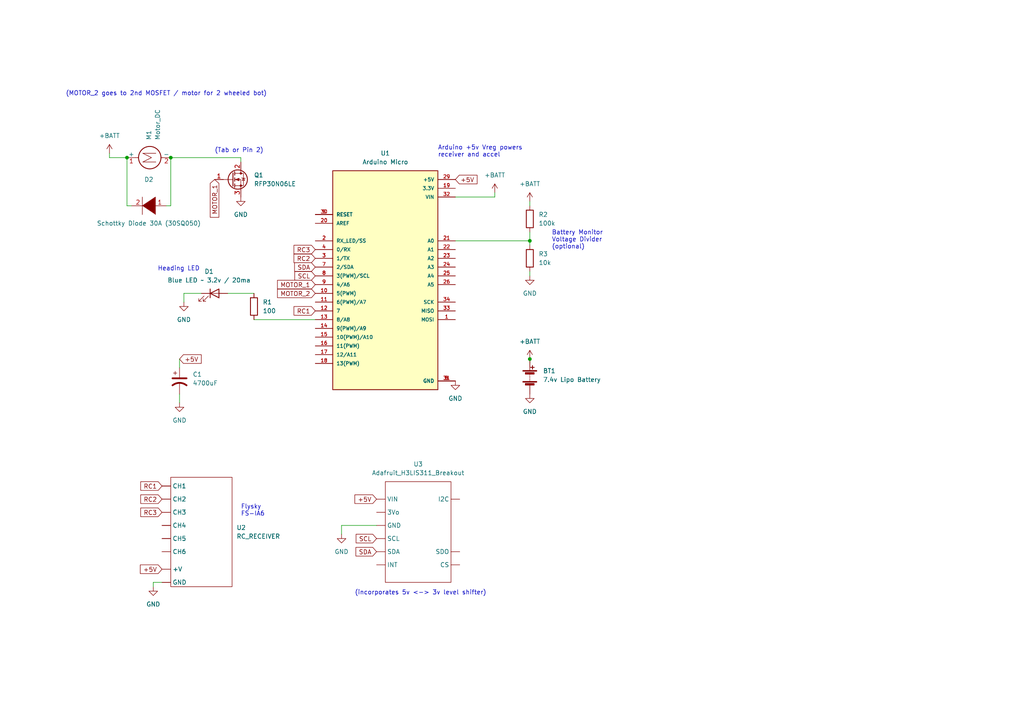
<source format=kicad_sch>
(kicad_sch (version 20211123) (generator eeschema)
  (paper "A4")
  (lib_symbols
    (symbol "Arduino Micro:A000053" (pin_names (offset 1.016))
      (property "Reference" "U" (at -15.24 31.75 0))
      (property "Value" "A000053" (at -15.24 -34.29 0))
      (symbol "A000053_0_0"
        (rectangle (start -15.24 -33.02) (end 15.24 30.48) (stroke (width 0.254)) (fill (type background)))
        (pin bidirectional line (at 20.32 -12.7 180) (length 5.08) (name "MOSI") (number "1"))
        (pin bidirectional line (at -20.32 -5.08 0) (length 5.08) (name "5(PWM)") (number "10"))
        (pin bidirectional line (at -20.32 -7.62 0) (length 5.08) (name "6(PWM)/A7") (number "11"))
        (pin bidirectional line (at -20.32 -10.16 0) (length 5.08) (name "7") (number "12"))
        (pin bidirectional line (at -20.32 -12.7 0) (length 5.08) (name "8/A8") (number "13"))
        (pin bidirectional line (at -20.32 -15.24 0) (length 5.08) (name "9(PWM)/A9") (number "14"))
        (pin bidirectional line (at -20.32 -17.78 0) (length 5.08) (name "10(PWM)/A10") (number "15"))
        (pin bidirectional line (at -20.32 -20.32 0) (length 5.08) (name "11(PWM)") (number "16"))
        (pin bidirectional line (at -20.32 -22.86 0) (length 5.08) (name "12/A11") (number "17"))
        (pin bidirectional line (at -20.32 -25.4 0) (length 5.08) (name "13(PWM)") (number "18"))
        (pin power_in line (at 20.32 25.4 180) (length 5.08) (name "3.3V") (number "19"))
        (pin bidirectional line (at -20.32 10.16 0) (length 5.08) (name "RX_LED/SS") (number "2"))
        (pin input line (at -20.32 15.24 0) (length 5.08) (name "AREF") (number "20"))
        (pin bidirectional line (at 20.32 10.16 180) (length 5.08) (name "A0") (number "21"))
        (pin bidirectional line (at 20.32 7.62 180) (length 5.08) (name "A1") (number "22"))
        (pin bidirectional line (at 20.32 5.08 180) (length 5.08) (name "A2") (number "23"))
        (pin bidirectional line (at 20.32 2.54 180) (length 5.08) (name "A3") (number "24"))
        (pin bidirectional line (at 20.32 0 180) (length 5.08) (name "A4") (number "25"))
        (pin bidirectional line (at 20.32 -2.54 180) (length 5.08) (name "A5") (number "26"))
        (pin power_in line (at 20.32 27.94 180) (length 5.08) (name "+5V") (number "29"))
        (pin bidirectional line (at -20.32 5.08 0) (length 5.08) (name "1/TX") (number "3"))
        (pin input line (at -20.32 17.78 0) (length 5.08) (name "RESET") (number "30"))
        (pin power_in line (at 20.32 -30.48 180) (length 5.08) (name "GND") (number "31"))
        (pin power_in line (at 20.32 22.86 180) (length 5.08) (name "VIN") (number "32"))
        (pin bidirectional line (at 20.32 -10.16 180) (length 5.08) (name "MISO") (number "33"))
        (pin bidirectional line (at 20.32 -7.62 180) (length 5.08) (name "SCK") (number "34"))
        (pin bidirectional line (at -20.32 7.62 0) (length 5.08) (name "0/RX") (number "4"))
        (pin input line (at -20.32 17.78 0) (length 5.08) (name "RESET") (number "5"))
        (pin power_in line (at 20.32 -30.48 180) (length 5.08) (name "GND") (number "6"))
        (pin bidirectional line (at -20.32 2.54 0) (length 5.08) (name "2/SDA") (number "7"))
        (pin bidirectional line (at -20.32 0 0) (length 5.08) (name "3(PWM)/SCL") (number "8"))
        (pin bidirectional line (at -20.32 -2.54 0) (length 5.08) (name "4/A6") (number "9"))
      )
    )
    (symbol "Device:Adafruit_H3LIS311_Breakout"
      (property "Reference" "U" (at 0 0 0))
      (property "Value" "Adafruit_H3LIS311_Breakout" (at 0 0 0))
      (symbol "Adafruit_H3LIS311_Breakout_0_1"
        (rectangle (start 8.89 31.75) (end 27.94 2.54))
      )
      (symbol "Adafruit_H3LIS311_Breakout_1_1"
        (pin input line (at 6.35 22.86 0) (length 2.54) (name "3Vo") (number ""))
        (pin input line (at 30.48 7.62 180) (length 2.54) (name "CS") (number ""))
        (pin input line (at 6.35 19.05 0) (length 2.54) (name "GND") (number ""))
        (pin input line (at 30.48 26.67 180) (length 2.54) (name "I2C") (number ""))
        (pin input line (at 6.35 7.62 0) (length 2.54) (name "INT") (number ""))
        (pin input line (at 6.35 15.24 0) (length 2.54) (name "SCL") (number ""))
        (pin input line (at 6.35 11.43 0) (length 2.54) (name "SDA") (number ""))
        (pin input line (at 30.48 11.43 180) (length 2.54) (name "SDO") (number ""))
        (pin input line (at 6.35 26.67 0) (length 2.54) (name "VIN") (number ""))
      )
    )
    (symbol "Device:Battery" (pin_numbers hide) (pin_names (offset 0) hide)
      (property "Reference" "BT" (at 2.54 2.54 0))
      (property "Value" "Battery" (at 2.54 0 0))
      (symbol "Battery_0_1"
        (rectangle (start -2.032 -1.397) (end 2.032 -1.651) (fill (type outline)))
        (rectangle (start -2.032 1.778) (end 2.032 1.524) (fill (type outline)))
        (rectangle (start -1.3208 -1.9812) (end 1.27 -2.4892) (fill (type outline)))
        (rectangle (start -1.3208 1.1938) (end 1.27 0.6858) (fill (type outline)))
        (polyline (pts (xy 0 -1.524) (xy 0 -1.27)))
        (polyline (pts (xy 0 -1.016) (xy 0 -0.762)))
        (polyline (pts (xy 0 -0.508) (xy 0 -0.254)))
        (polyline (pts (xy 0 0) (xy 0 0.254)))
        (polyline (pts (xy 0 0.508) (xy 0 0.762)))
        (polyline (pts (xy 0 1.778) (xy 0 2.54)))
        (polyline (pts (xy 0.254 2.667) (xy 1.27 2.667)) (stroke (width 0.254)))
        (polyline (pts (xy 0.762 3.175) (xy 0.762 2.159)) (stroke (width 0.254)))
      )
      (symbol "Battery_1_1"
        (pin passive line (at 0 5.08 270) (length 2.54) (name "+") (number "1"))
        (pin passive line (at 0 -5.08 90) (length 2.54) (name "-") (number "2"))
      )
    )
    (symbol "Device:C_Polarized_US" (pin_numbers hide) (pin_names (offset 0.254) hide)
      (property "Reference" "C" (at 0.635 2.54 0))
      (property "Value" "C_Polarized_US" (at 0.635 -2.54 0))
      (symbol "C_Polarized_US_0_1"
        (polyline (pts (xy -2.032 0.762) (xy 2.032 0.762)) (stroke (width 0.508)))
        (polyline (pts (xy -1.778 2.286) (xy -0.762 2.286)))
        (polyline (pts (xy -1.27 1.778) (xy -1.27 2.794)))
        (arc (start 2.032 -1.27) (mid 0 -0.5572) (end -2.032 -1.27) (stroke (width 0.508)))
      )
      (symbol "C_Polarized_US_1_1"
        (pin passive line (at 0 3.81 270) (length 2.794) (name "~") (number "1"))
        (pin passive line (at 0 -3.81 90) (length 3.302) (name "~") (number "2"))
      )
    )
    (symbol "Device:LED" (pin_numbers hide) (pin_names (offset 1.016) hide)
      (property "Reference" "D" (at 0 2.54 0))
      (property "Value" "LED" (at 0 -2.54 0))
      (symbol "LED_0_1"
        (polyline (pts (xy -1.27 -1.27) (xy -1.27 1.27)) (stroke (width 0.254)))
        (polyline (pts (xy -1.27 0) (xy 1.27 0)))
        (polyline (pts (xy 1.27 -1.27) (xy 1.27 1.27) (xy -1.27 0) (xy 1.27 -1.27)) (stroke (width 0.254)))
        (polyline (pts (xy -3.048 -0.762) (xy -4.572 -2.286) (xy -3.81 -2.286) (xy -4.572 -2.286) (xy -4.572 -1.524)))
        (polyline (pts (xy -1.778 -0.762) (xy -3.302 -2.286) (xy -2.54 -2.286) (xy -3.302 -2.286) (xy -3.302 -1.524)))
      )
      (symbol "LED_1_1"
        (pin passive line (at -3.81 0 0) (length 2.54) (name "K") (number "1"))
        (pin passive line (at 3.81 0 180) (length 2.54) (name "A") (number "2"))
      )
    )
    (symbol "Device:R" (pin_numbers hide) (pin_names (offset 0))
      (property "Reference" "R" (at 2.032 0 90))
      (property "Value" "R" (at 0 0 90))
      (symbol "R_0_1"
        (rectangle (start -1.016 -2.54) (end 1.016 2.54) (stroke (width 0.254)))
      )
      (symbol "R_1_1"
        (pin passive line (at 0 3.81 270) (length 1.27) (name "~") (number "1"))
        (pin passive line (at 0 -3.81 90) (length 1.27) (name "~") (number "2"))
      )
    )
    (symbol "Device:RC_RECEIVER"
      (property "Reference" "U" (at 0 0 0))
      (property "Value" "RC_RECEIVER" (at 0 0 0))
      (symbol "RC_RECEIVER_0_1"
        (rectangle (start 12.7 34.29) (end 30.48 2.54))
      )
      (symbol "RC_RECEIVER_1_1"
        (pin input line (at 10.16 7.62 0) (length 2.54) (name "+V") (number ""))
        (pin input line (at 10.16 31.75 0) (length 2.54) (name "CH1") (number ""))
        (pin input line (at 10.16 27.94 0) (length 2.54) (name "CH2") (number ""))
        (pin input line (at 10.16 24.13 0) (length 2.54) (name "CH3") (number ""))
        (pin input line (at 10.16 20.32 0) (length 2.54) (name "CH4") (number ""))
        (pin input line (at 10.16 16.51 0) (length 2.54) (name "CH5") (number ""))
        (pin input line (at 10.16 12.7 0) (length 2.54) (name "CH6") (number ""))
        (pin input line (at 10.16 3.81 0) (length 2.54) (name "GND") (number ""))
      )
    )
    (symbol "Motor:Motor_DC" (pin_names (offset 0))
      (property "Reference" "M" (at 2.54 2.54 0))
      (property "Value" "Motor_DC" (at 2.54 -5.08 0))
      (symbol "Motor_DC_0_0"
        (polyline (pts (xy -1.27 -3.302) (xy -1.27 0.508) (xy 0 -2.032) (xy 1.27 0.508) (xy 1.27 -3.302)))
      )
      (symbol "Motor_DC_0_1"
        (circle (center 0 -1.524) (radius 3.2512) (stroke (width 0.254)))
        (polyline (pts (xy 0 -7.62) (xy 0 -7.112)))
        (polyline (pts (xy 0 -4.7752) (xy 0 -5.1816)))
        (polyline (pts (xy 0 1.7272) (xy 0 2.0828)))
        (polyline (pts (xy 0 2.032) (xy 0 2.54)))
      )
      (symbol "Motor_DC_1_1"
        (pin passive line (at 0 5.08 270) (length 2.54) (name "+") (number "1"))
        (pin passive line (at 0 -7.62 90) (length 2.54) (name "-") (number "2"))
      )
    )
    (symbol "Transistor_FET:IPD50R380CE" (pin_names hide)
      (property "Reference" "Q" (at 5.08 1.905 0))
      (property "Value" "IPD50R380CE" (at 5.08 0 0))
      (symbol "IPD50R380CE_0_1"
        (polyline (pts (xy 0.254 0) (xy -2.54 0)))
        (polyline (pts (xy 0.254 1.905) (xy 0.254 -1.905)) (stroke (width 0.254)))
        (polyline (pts (xy 0.762 -1.27) (xy 0.762 -2.286)) (stroke (width 0.254)))
        (polyline (pts (xy 0.762 0.508) (xy 0.762 -0.508)) (stroke (width 0.254)))
        (polyline (pts (xy 0.762 2.286) (xy 0.762 1.27)) (stroke (width 0.254)))
        (polyline (pts (xy 2.54 2.54) (xy 2.54 1.778)))
        (polyline (pts (xy 2.54 -2.54) (xy 2.54 0) (xy 0.762 0)))
        (polyline (pts (xy 0.762 -1.778) (xy 3.302 -1.778) (xy 3.302 1.778) (xy 0.762 1.778)))
        (polyline (pts (xy 1.016 0) (xy 2.032 0.381) (xy 2.032 -0.381) (xy 1.016 0)) (fill (type outline)))
        (polyline (pts (xy 2.794 0.508) (xy 2.921 0.381) (xy 3.683 0.381) (xy 3.81 0.254)))
        (polyline (pts (xy 3.302 0.381) (xy 2.921 -0.254) (xy 3.683 -0.254) (xy 3.302 0.381)))
        (circle (center 1.651 0) (radius 2.794) (stroke (width 0.254)))
        (circle (center 2.54 -1.778) (radius 0.254) (fill (type outline)))
        (circle (center 2.54 1.778) (radius 0.254) (fill (type outline)))
      )
      (symbol "IPD50R380CE_1_1"
        (pin input line (at -5.08 0 0) (length 2.54) (name "G") (number "1"))
        (pin passive line (at 2.54 5.08 270) (length 2.54) (name "D") (number "2"))
        (pin passive line (at 2.54 -5.08 90) (length 2.54) (name "S") (number "3"))
      )
    )
    (symbol "power:+BATT" (power) (pin_names (offset 0))
      (property "Value" "+BATT" (at 0 3.556 0))
      (symbol "+BATT_0_1"
        (polyline (pts (xy -0.762 1.27) (xy 0 2.54)))
        (polyline (pts (xy 0 0) (xy 0 2.54)))
        (polyline (pts (xy 0 2.54) (xy 0.762 1.27)))
      )
      (symbol "+BATT_1_1"
        (pin power_in line (at 0 0 90) (length 0) hide (name "+BATT") (number "1"))
      )
    )
    (symbol "power:GND" (power) (pin_names (offset 0))
      (property "Value" "GND" (at 0 -3.81 0))
      (symbol "GND_0_1"
        (polyline (pts (xy 0 0) (xy 0 -1.27) (xy 1.27 -1.27) (xy 0 -2.54) (xy -1.27 -1.27) (xy 0 -1.27)))
      )
      (symbol "GND_1_1"
        (pin power_in line (at 0 0 270) (length 0) hide (name "GND") (number "1"))
      )
    )
    (symbol "pspice:DIODE" (pin_names (offset 1.016) hide)
      (property "Reference" "D" (at 0 3.81 0))
      (property "Value" "DIODE" (at 0 -4.445 0))
      (symbol "DIODE_0_1"
        (polyline (pts (xy 1.905 2.54) (xy 1.905 -2.54)))
        (polyline (pts (xy -1.905 2.54) (xy -1.905 -2.54) (xy 1.905 0)) (fill (type outline)))
      )
      (symbol "DIODE_1_1"
        (pin input line (at -5.08 0 0) (length 3.81) (name "K") (number "1"))
        (pin input line (at 5.08 0 180) (length 3.81) (name "A") (number "2"))
      )
    )
  )
  (junction (at 36.83 45.72))
  (junction (at 153.67 104.14))
  (junction (at 49.53 45.72))
  (junction (at 153.67 69.85))
  (wire (pts (xy 73.66 85.09) (xy 66.04 85.09)))
  (wire (pts (xy 69.85 45.72) (xy 49.53 45.72)))
  (wire (pts (xy 46.99 168.91) (xy 44.45 168.91)))
  (wire (pts (xy 36.83 59.69) (xy 38.1 59.69)))
  (wire (pts (xy 36.83 45.72) (xy 36.83 59.69)))
  (wire (pts (xy 132.08 57.15) (xy 143.51 57.15)))
  (wire (pts (xy 52.07 116.84) (xy 52.07 114.3)))
  (wire (pts (xy 49.53 45.72) (xy 49.53 59.69)))
  (wire (pts (xy 153.67 80.01) (xy 153.67 78.74)))
  (wire (pts (xy 36.83 45.72) (xy 31.75 45.72)))
  (wire (pts (xy 109.22 152.4) (xy 99.06 152.4)))
  (wire (pts (xy 99.06 152.4) (xy 99.06 154.94)))
  (wire (pts (xy 153.67 69.85) (xy 153.67 67.31)))
  (wire (pts (xy 143.51 57.15) (xy 143.51 55.88)))
  (wire (pts (xy 49.53 59.69) (xy 48.26 59.69)))
  (wire (pts (xy 44.45 168.91) (xy 44.45 170.18)))
  (wire (pts (xy 153.67 59.69) (xy 153.67 58.42)))
  (wire (pts (xy 69.85 46.99) (xy 69.85 45.72)))
  (wire (pts (xy 31.75 45.72) (xy 31.75 44.45)))
  (wire (pts (xy 53.34 85.09) (xy 53.34 87.63)))
  (wire (pts (xy 132.08 69.85) (xy 153.67 69.85)))
  (wire (pts (xy 52.07 104.14) (xy 52.07 106.68)))
  (wire (pts (xy 91.44 92.71) (xy 73.66 92.71)))
  (wire (pts (xy 58.42 85.09) (xy 53.34 85.09)))
  (wire (pts (xy 153.67 105.41) (xy 153.67 104.14)))
  (wire (pts (xy 153.67 69.85) (xy 153.67 71.12)))
  (text "Heading LED" (at 45.72 78.74 0) (effects (font (size 1.27 1.27)) (justify left bottom)))
  (text "(MOTOR_2 goes to 2nd MOSFET / motor for 2 wheeled bot)" (at 19.05 27.94 0) (effects (font (size 1.27 1.27)) (justify left bottom)))
  (text "Battery Monitor\nVoltage Divider\n(optional)" (at 160.02 72.39 0) (effects (font (size 1.27 1.27)) (justify left bottom)))
  (text "Flysky\nFS-IA6" (at 69.85 149.86 0) (effects (font (size 1.27 1.27)) (justify left bottom)))
  (text "Arduino +5v Vreg powers\nreceiver and accel" (at 127 45.72 0) (effects (font (size 1.27 1.27)) (justify left bottom)))
  (text "(incorporates 5v <-> 3v level shifter)\n" (at 102.87 172.72 0) (effects (font (size 1.27 1.27)) (justify left bottom)))
  (text "(Tab or Pin 2)" (at 62.23 44.45 0) (effects (font (size 1.27 1.27)) (justify left bottom)))
  (global_label "+5V" (shape input) (at 52.07 104.14 0) (property "Intersheet References" "${INTERSHEET_REFS}" (effects hide)))
  (global_label "MOTOR_1" (shape input) (at 62.23 52.07 270) (property "Intersheet References" "${INTERSHEET_REFS}" (effects hide)))
  (global_label "RC3" (shape input) (at 46.99 148.59 180) (property "Intersheet References" "${INTERSHEET_REFS}" (effects hide)))
  (global_label "RC1" (shape input) (at 91.44 90.17 180) (property "Intersheet References" "${INTERSHEET_REFS}" (effects hide)))
  (global_label "RC2" (shape input) (at 91.44 74.93 180) (property "Intersheet References" "${INTERSHEET_REFS}" (effects hide)))
  (global_label "RC1" (shape input) (at 46.99 140.97 180) (property "Intersheet References" "${INTERSHEET_REFS}" (effects hide)))
  (global_label "+5V" (shape input) (at 109.22 144.78 180) (property "Intersheet References" "${INTERSHEET_REFS}" (effects hide)))
  (global_label "RC3" (shape input) (at 91.44 72.39 180) (property "Intersheet References" "${INTERSHEET_REFS}" (effects hide)))
  (global_label "MOTOR_1" (shape input) (at 91.44 82.55 180) (property "Intersheet References" "${INTERSHEET_REFS}" (effects hide)))
  (global_label "SCL" (shape input) (at 109.22 156.21 180) (property "Intersheet References" "${INTERSHEET_REFS}" (effects hide)))
  (global_label "SDA" (shape input) (at 91.44 77.47 180) (property "Intersheet References" "${INTERSHEET_REFS}" (effects hide)))
  (global_label "SDA" (shape input) (at 109.22 160.02 180) (property "Intersheet References" "${INTERSHEET_REFS}" (effects hide)))
  (global_label "RC2" (shape input) (at 46.99 144.78 180) (property "Intersheet References" "${INTERSHEET_REFS}" (effects hide)))
  (global_label "+5V" (shape input) (at 132.08 52.07 0) (property "Intersheet References" "${INTERSHEET_REFS}" (effects hide)))
  (global_label "MOTOR_2" (shape input) (at 91.44 85.09 180) (property "Intersheet References" "${INTERSHEET_REFS}" (effects hide)))
  (global_label "SCL" (shape input) (at 91.44 80.01 180) (property "Intersheet References" "${INTERSHEET_REFS}" (effects hide)))
  (global_label "+5V" (shape input) (at 46.99 165.1 180) (property "Intersheet References" "${INTERSHEET_REFS}" (effects hide)))
  (symbol (lib_id "power:GND") (at 44.45 170.18 0) (unit 1)
    (property "Reference" "#PWR0112" (effects hide))
    (property "Value" "GND" (at 44.45 175.26 0))
  )
  (symbol (lib_id "Motor:Motor_DC") (at 41.91 45.72 90) (unit 1)
    (property "Reference" "M1" (at 43.1799 40.64 0) (effects (justify left)))
    (property "Value" "Motor_DC" (at 45.7199 40.64 0) (effects (justify left)))
  )
  (symbol (lib_id "Device:Adafruit_H3LIS311_Breakout") (at 102.87 171.45 0) (unit 1)
    (property "Reference" "U3" (at 121.285 134.62 0))
    (property "Value" "Adafruit_H3LIS311_Breakout" (at 121.285 137.16 0))
  )
  (symbol (lib_id "power:GND") (at 132.08 110.49 0) (unit 1)
    (property "Reference" "#PWR0107" (effects hide))
    (property "Value" "GND" (at 132.08 115.57 0))
  )
  (symbol (lib_id "power:+BATT") (at 153.67 104.14 0) (unit 1)
    (property "Reference" "#PWR01" (effects hide))
    (property "Value" "+BATT" (at 153.67 99.06 0))
  )
  (symbol (lib_id "Device:Battery") (at 153.67 109.22 0) (unit 1)
    (property "Reference" "BT1" (at 157.48 107.5689 0) (effects (justify left)))
    (property "Value" "7.4v Lipo Battery" (at 157.48 110.1089 0) (effects (justify left)))
  )
  (symbol (lib_id "power:GND") (at 153.67 114.3 0) (unit 1)
    (property "Reference" "#PWR02" (effects hide))
    (property "Value" "GND" (at 153.67 119.38 0))
  )
  (symbol (lib_id "power:+BATT") (at 143.51 55.88 0) (unit 1)
    (property "Reference" "#PWR0104" (effects hide))
    (property "Value" "+BATT" (at 143.51 50.8 0))
  )
  (symbol (lib_id "Transistor_FET:IPD50R380CE") (at 67.31 52.07 0) (unit 1)
    (property "Reference" "Q1" (at 73.66 50.7999 0) (effects (justify left)))
    (property "Value" "RFP30N06LE" (at 73.66 53.3399 0) (effects (justify left)))
    (property "Footprint" "Package_TO_SOT_SMD:TO-252-2" (effects hide))
    (property "Datasheet" "https://www.infineon.com/dgdl/Infineon-IPD50R380CE-DS-v02_01-en.pdf?fileId=db3a30433ecb86d4013ed0a2ef580f38" (effects hide))
  )
  (symbol (lib_id "Arduino Micro:A000053") (at 111.76 80.01 0) (unit 1)
    (property "Reference" "U1" (at 111.76 44.45 0))
    (property "Value" "Arduino Micro" (at 111.76 46.99 0))
    (property "Footprint" "A000053:ARDUINO_A000053" (effects hide))
    (property "MF" "Arduino" (effects hide))
    (property "Description" "\nMicrocontroller board based on the ATmega32u4\n" (effects hide))
    (property "Package" "Non-Standard Arduino" (effects hide))
    (property "Price" "None" (effects hide))
    (property "Check_prices" "https://www.snapeda.com/parts/Arduino%20Micro/Arduino/view-part/?ref=eda" (effects hide))
    (property "STANDARD" "Manufacturer Recommendations" (effects hide))
    (property "PARTREV" "N/A" (effects hide))
    (property "SnapEDA_Link" "https://www.snapeda.com/parts/Arduino%20Micro/Arduino/view-part/?ref=snap" (effects hide))
    (property "MP" "Arduino Micro" (effects hide))
    (property "Availability" "Not in stock" (effects hide))
    (property "MANUFACTURER" "ARDUINO" (effects hide))
  )
  (symbol (lib_id "power:GND") (at 52.07 116.84 0) (unit 1)
    (property "Reference" "#PWR0101" (effects hide))
    (property "Value" "GND" (at 52.07 121.92 0))
  )
  (symbol (lib_id "pspice:DIODE") (at 43.18 59.69 180) (unit 1)
    (property "Reference" "D2" (at 43.18 52.07 0))
    (property "Value" "Schottky Diode 30A (30SQ050)" (at 43.18 64.77 0))
  )
  (symbol (lib_id "Device:C_Polarized_US") (at 52.07 110.49 0) (unit 1)
    (property "Reference" "C1" (at 55.88 108.5849 0) (effects (justify left)))
    (property "Value" "4700uF" (at 55.88 111.1249 0) (effects (justify left)))
  )
  (symbol (lib_id "power:GND") (at 99.06 154.94 0) (unit 1)
    (property "Reference" "#PWR0111" (effects hide))
    (property "Value" "GND" (at 99.06 160.02 0))
  )
  (symbol (lib_id "power:+BATT") (at 31.75 44.45 0) (unit 1)
    (property "Reference" "#PWR0102" (effects hide))
    (property "Value" "+BATT" (at 31.75 39.37 0))
  )
  (symbol (lib_id "Device:R") (at 153.67 74.93 0) (unit 1)
    (property "Reference" "R3" (at 156.21 73.6599 0) (effects (justify left)))
    (property "Value" "10k" (at 156.21 76.1999 0) (effects (justify left)))
  )
  (symbol (lib_id "Device:LED") (at 62.23 85.09 0) (unit 1)
    (property "Reference" "D1" (at 60.6425 78.74 0))
    (property "Value" "Blue LED ~ 3.2v / 20ma" (at 60.6425 81.28 0))
  )
  (symbol (lib_id "Device:R") (at 73.66 88.9 0) (unit 1)
    (property "Reference" "R1" (at 76.2 87.6299 0) (effects (justify left)))
    (property "Value" "100" (at 76.2 90.1699 0) (effects (justify left)))
  )
  (symbol (lib_id "Device:R") (at 153.67 63.5 0) (unit 1)
    (property "Reference" "R2" (at 156.21 62.2299 0) (effects (justify left)))
    (property "Value" "100k" (at 156.21 64.7699 0) (effects (justify left)))
  )
  (symbol (lib_id "power:GND") (at 153.67 80.01 0) (unit 1)
    (property "Reference" "#PWR0108" (effects hide))
    (property "Value" "GND" (at 153.67 85.09 0))
  )
  (symbol (lib_id "Device:RC_RECEIVER") (at 36.83 172.72 0) (unit 1)
    (property "Reference" "U2" (at 68.58 153.0349 0) (effects (justify left)))
    (property "Value" "RC_RECEIVER" (at 68.58 155.5749 0) (effects (justify left)))
  )
  (symbol (lib_id "power:GND") (at 53.34 87.63 0) (unit 1)
    (property "Reference" "#PWR0103" (effects hide))
    (property "Value" "GND" (at 53.34 92.71 0))
  )
  (symbol (lib_id "power:+BATT") (at 153.67 58.42 0) (unit 1)
    (property "Reference" "#PWR0105" (effects hide))
    (property "Value" "+BATT" (at 153.67 53.34 0))
  )
  (symbol (lib_id "power:GND") (at 69.85 57.15 0) (unit 1)
    (property "Reference" "#PWR0106" (effects hide))
    (property "Value" "GND" (at 69.85 62.23 0))
  )
)
</source>
